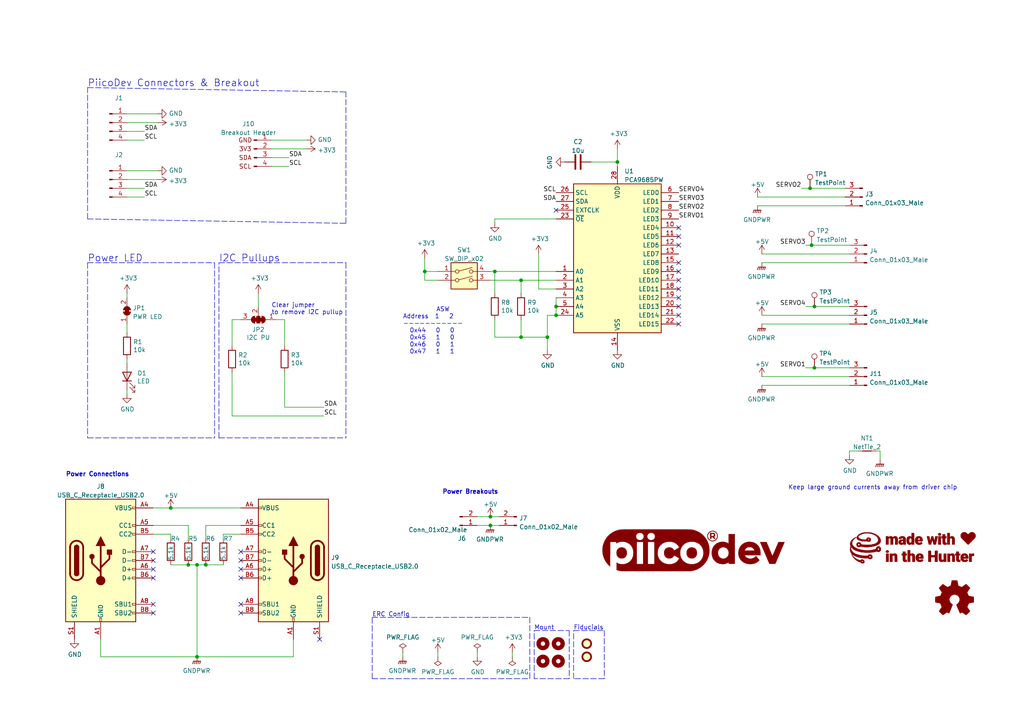
<source format=kicad_sch>
(kicad_sch (version 20211123) (generator eeschema)
  (paper "A4")
  (title_block (title "PiicoDev Smart Module 52mm Template") (rev "00") (company "Core Electronics") (comment 1 "Designed by Michael Ruppe at") (comment 2 "PiicoDev and the PiicoDev logo are trademarks of Core Electronics Pty Ltd.") (comment 3 "License: CCASAv4.0 http://creativecommons.org/licenses/by-sa/4.0"))
  (lib_symbols
    (symbol "Connector:Conn_01x02_Male" (pin_names (offset 1.016) hide)
      (property "Reference" "J" (at 0 2.54 0))
      (property "Value" "Conn_01x02_Male" (at 0 -5.08 0))
      (symbol "Conn_01x02_Male_1_1"
        (pin passive line (at 5.08 0 180) (length 3.81) (name "Pin_1") (number "1"))
        (pin passive line (at 5.08 -2.54 180) (length 3.81) (name "Pin_2") (number "2"))
      )
    )
    (symbol "Connector:Conn_01x03_Male" (pin_names (offset 1.016) hide)
      (property "Reference" "J" (at 0 5.08 0))
      (property "Value" "Conn_01x03_Male" (at 0 -5.08 0))
      (symbol "Conn_01x03_Male_1_1"
        (pin passive line (at 5.08 2.54 180) (length 3.81) (name "Pin_1") (number "1"))
        (pin passive line (at 5.08 0 180) (length 3.81) (name "Pin_2") (number "2"))
        (pin passive line (at 5.08 -2.54 180) (length 3.81) (name "Pin_3") (number "3"))
      )
    )
    (symbol "Connector:Conn_01x04_Male" (pin_names (offset 1.016) hide)
      (property "Reference" "J" (at 0 5.08 0))
      (property "Value" "Conn_01x04_Male" (at 0 -7.62 0))
      (symbol "Conn_01x04_Male_1_1"
        (pin passive line (at 5.08 2.54 180) (length 3.81) (name "Pin_1") (number "1"))
        (pin passive line (at 5.08 0 180) (length 3.81) (name "Pin_2") (number "2"))
        (pin passive line (at 5.08 -2.54 180) (length 3.81) (name "Pin_3") (number "3"))
        (pin passive line (at 5.08 -5.08 180) (length 3.81) (name "Pin_4") (number "4"))
      )
    )
    (symbol "Connector:TestPoint" (pin_numbers hide) (pin_names (offset 0.762) hide)
      (property "Reference" "TP" (at 0 6.858 0))
      (property "Value" "TestPoint" (at 0 5.08 0))
      (symbol "TestPoint_1_1"
        (pin passive line (at 0 0 90) (length 2.54) (name "1") (number "1"))
      )
    )
    (symbol "Connector:USB_C_Receptacle_USB2.0" (pin_names (offset 1.016))
      (property "Reference" "J" (at -10.16 19.05 0))
      (property "Value" "USB_C_Receptacle_USB2.0" (at 19.05 19.05 0))
      (symbol "USB_C_Receptacle_USB2.0_1_1"
        (pin passive line (at 0 -22.86 90) (length 5.08) (name "GND") (number "A1"))
        (pin passive line (at 0 -22.86 90) (length 5.08) hide (name "GND") (number "A12"))
        (pin passive line (at 15.24 15.24 180) (length 5.08) (name "VBUS") (number "A4"))
        (pin bidirectional line (at 15.24 10.16 180) (length 5.08) (name "CC1") (number "A5"))
        (pin bidirectional line (at 15.24 -2.54 180) (length 5.08) (name "D+") (number "A6"))
        (pin bidirectional line (at 15.24 2.54 180) (length 5.08) (name "D-") (number "A7"))
        (pin bidirectional line (at 15.24 -12.7 180) (length 5.08) (name "SBU1") (number "A8"))
        (pin passive line (at 15.24 15.24 180) (length 5.08) hide (name "VBUS") (number "A9"))
        (pin passive line (at 0 -22.86 90) (length 5.08) hide (name "GND") (number "B1"))
        (pin passive line (at 0 -22.86 90) (length 5.08) hide (name "GND") (number "B12"))
        (pin passive line (at 15.24 15.24 180) (length 5.08) hide (name "VBUS") (number "B4"))
        (pin bidirectional line (at 15.24 7.62 180) (length 5.08) (name "CC2") (number "B5"))
        (pin bidirectional line (at 15.24 -5.08 180) (length 5.08) (name "D+") (number "B6"))
        (pin bidirectional line (at 15.24 0 180) (length 5.08) (name "D-") (number "B7"))
        (pin bidirectional line (at 15.24 -15.24 180) (length 5.08) (name "SBU2") (number "B8"))
        (pin passive line (at 15.24 15.24 180) (length 5.08) hide (name "VBUS") (number "B9"))
        (pin passive line (at -7.62 -22.86 90) (length 5.08) (name "SHIELD") (number "S1"))
      )
    )
    (symbol "CoreElectronics_Artwork:LOGO_CoreElectronics_no-text" (pin_names (offset 1.016)))
    (symbol "CoreElectronics_Artwork:LOGO_PiicoDev" (pin_names (offset 1.016)))
    (symbol "CoreElectronics_Artwork:LOGO_made-with-love" (pin_names (offset 1.016)))
    (symbol "CoreElectronics_Components:Conn_PiicoDev_header_01x04_Male" (pin_names (offset 1.016) hide)
      (property "Reference" "J" (at 0 7.62 0))
      (property "Value" "Conn_PiicoDev_header_01x04_Male" (at 0 -7.62 0))
      (symbol "Conn_PiicoDev_header_01x04_Male_0_0"
        (text "3V3" (at -2.54 2.54 0) (effects (font (size 1.27 1.27))))
        (text "GND" (at -2.54 5.08 0) (effects (font (size 1.27 1.27))))
        (text "SCL" (at -2.54 -2.54 0) (effects (font (size 1.27 1.27))))
        (text "SDA" (at -2.54 0 0) (effects (font (size 1.27 1.27))))
      )
      (symbol "Conn_PiicoDev_header_01x04_Male_1_1"
        (pin passive line (at 5.08 5.08 180) (length 3.81) (name "Pin_1") (number "1"))
        (pin passive line (at 5.08 2.54 180) (length 3.81) (name "Pin_2") (number "2"))
        (pin passive line (at 5.08 0 180) (length 3.81) (name "Pin_3") (number "3"))
        (pin passive line (at 5.08 -2.54 180) (length 3.81) (name "Pin_4") (number "4"))
      )
    )
    (symbol "Device:C" (pin_numbers hide) (pin_names (offset 0.254))
      (property "Reference" "C" (at 0.635 2.54 0))
      (property "Value" "C" (at 0.635 -2.54 0))
      (symbol "C_1_1"
        (pin passive line (at 0 3.81 270) (length 2.794) (name "~") (number "1"))
        (pin passive line (at 0 -3.81 90) (length 2.794) (name "~") (number "2"))
      )
    )
    (symbol "Device:LED" (pin_numbers hide) (pin_names (offset 1.016) hide)
      (property "Reference" "D" (at 0 2.54 0))
      (property "Value" "LED" (at 0 -2.54 0))
      (symbol "LED_1_1"
        (pin passive line (at -3.81 0 0) (length 2.54) (name "K") (number "1"))
        (pin passive line (at 3.81 0 180) (length 2.54) (name "A") (number "2"))
      )
    )
    (symbol "Device:NetTie_2" (pin_numbers hide) (pin_names (offset 0) hide)
      (property "Reference" "NT" (at 0 1.27 0))
      (property "Value" "NetTie_2" (at 0 -1.27 0))
      (symbol "NetTie_2_1_1"
        (pin passive line (at -2.54 0 0) (length 2.54) (name "1") (number "1"))
        (pin passive line (at 2.54 0 180) (length 2.54) (name "2") (number "2"))
      )
    )
    (symbol "Device:R" (pin_numbers hide) (pin_names (offset 0))
      (property "Reference" "R" (at 2.032 0 90))
      (property "Value" "R" (at 0 0 90))
      (symbol "R_1_1"
        (pin passive line (at 0 3.81 270) (length 1.27) (name "~") (number "1"))
        (pin passive line (at 0 -3.81 90) (length 1.27) (name "~") (number "2"))
      )
    )
    (symbol "Driver_LED:PCA9685PW"
      (property "Reference" "U" (at -12.7 22.225 0))
      (property "Value" "PCA9685PW" (at 1.27 22.225 0))
      (symbol "PCA9685PW_1_1"
        (pin input line (at -17.78 -5.08 0) (length 5.08) (name "A0") (number "1"))
        (pin output line (at 17.78 7.62 180) (length 5.08) (name "LED4") (number "10"))
        (pin output line (at 17.78 5.08 180) (length 5.08) (name "LED5") (number "11"))
        (pin output line (at 17.78 2.54 180) (length 5.08) (name "LED6") (number "12"))
        (pin output line (at 17.78 0 180) (length 5.08) (name "LED7") (number "13"))
        (pin power_in line (at 0 -27.94 90) (length 5.08) (name "VSS") (number "14"))
        (pin output line (at 17.78 -2.54 180) (length 5.08) (name "LED8") (number "15"))
        (pin output line (at 17.78 -5.08 180) (length 5.08) (name "LED9") (number "16"))
        (pin output line (at 17.78 -7.62 180) (length 5.08) (name "LED10") (number "17"))
        (pin output line (at 17.78 -10.16 180) (length 5.08) (name "LED11") (number "18"))
        (pin output line (at 17.78 -12.7 180) (length 5.08) (name "LED12") (number "19"))
        (pin input line (at -17.78 -7.62 0) (length 5.08) (name "A1") (number "2"))
        (pin output line (at 17.78 -15.24 180) (length 5.08) (name "LED13") (number "20"))
        (pin output line (at 17.78 -17.78 180) (length 5.08) (name "LED14") (number "21"))
        (pin output line (at 17.78 -20.32 180) (length 5.08) (name "LED15") (number "22"))
        (pin input line (at -17.78 10.16 0) (length 5.08) (name "~{OE}") (number "23"))
        (pin input line (at -17.78 -17.78 0) (length 5.08) (name "A5") (number "24"))
        (pin input line (at -17.78 12.7 0) (length 5.08) (name "EXTCLK") (number "25"))
        (pin input line (at -17.78 17.78 0) (length 5.08) (name "SCL") (number "26"))
        (pin bidirectional line (at -17.78 15.24 0) (length 5.08) (name "SDA") (number "27"))
        (pin power_in line (at 0 25.4 270) (length 5.08) (name "VDD") (number "28"))
        (pin input line (at -17.78 -10.16 0) (length 5.08) (name "A2") (number "3"))
        (pin input line (at -17.78 -12.7 0) (length 5.08) (name "A3") (number "4"))
        (pin input line (at -17.78 -15.24 0) (length 5.08) (name "A4") (number "5"))
        (pin output line (at 17.78 17.78 180) (length 5.08) (name "LED0") (number "6"))
        (pin output line (at 17.78 15.24 180) (length 5.08) (name "LED1") (number "7"))
        (pin output line (at 17.78 12.7 180) (length 5.08) (name "LED2") (number "8"))
        (pin output line (at 17.78 10.16 180) (length 5.08) (name "LED3") (number "9"))
      )
    )
    (symbol "Graphic:Logo_Open_Hardware_Small" (pin_names (offset 1.016)))
    (symbol "Jumper:SolderJumper_2_Bridged" (pin_names (offset 0) hide)
      (property "Reference" "JP" (at 0 2.032 0))
      (property "Value" "SolderJumper_2_Bridged" (at 0 -2.54 0))
      (symbol "SolderJumper_2_Bridged_1_1"
        (pin passive line (at -3.81 0 0) (length 2.54) (name "A") (number "1"))
        (pin passive line (at 3.81 0 180) (length 2.54) (name "B") (number "2"))
      )
    )
    (symbol "Jumper:SolderJumper_3_Bridged123" (pin_names (offset 0) hide)
      (property "Reference" "JP" (at -2.54 -2.54 0))
      (property "Value" "SolderJumper_3_Bridged123" (at 0 2.794 0))
      (symbol "SolderJumper_3_Bridged123_1_1"
        (pin passive line (at -5.08 0 0) (length 2.54) (name "A") (number "1"))
        (pin passive line (at 0 -3.81 90) (length 2.54) (name "C") (number "2"))
        (pin passive line (at 5.08 0 180) (length 2.54) (name "B") (number "3"))
      )
    )
    (symbol "Mechanical:Fiducial"
      (property "Reference" "FID" (at 0 5.08 0))
      (property "Value" "Fiducial" (at 0 3.175 0))
    )
    (symbol "Mechanical:MountingHole" (pin_names (offset 1.016))
      (property "Reference" "H" (at 0 5.08 0))
      (property "Value" "MountingHole" (at 0 3.175 0))
    )
    (symbol "Switch:SW_DIP_x02" (pin_names (offset 0) hide)
      (property "Reference" "SW" (at 0 6.35 0))
      (property "Value" "SW_DIP_x02" (at 0 -3.81 0))
      (symbol "SW_DIP_x02_1_1"
        (pin passive line (at -7.62 2.54 0) (length 5.08) (name "~") (number "1"))
        (pin passive line (at -7.62 0 0) (length 5.08) (name "~") (number "2"))
        (pin passive line (at 7.62 0 180) (length 5.08) (name "~") (number "3"))
        (pin passive line (at 7.62 2.54 180) (length 5.08) (name "~") (number "4"))
      )
    )
    (symbol "power:+3V3" (power) (pin_names (offset 0))
      (property "Value" "+3V3" (at 0 3.556 0))
      (symbol "+3V3_1_1"
        (pin power_in line (at 0 0 90) (length 0) hide (name "+3V3") (number "1"))
      )
    )
    (symbol "power:+5V" (power) (pin_names (offset 0))
      (property "Value" "+5V" (at 0 3.556 0))
      (symbol "+5V_1_1"
        (pin power_in line (at 0 0 90) (length 0) hide (name "+5V") (number "1"))
      )
    )
    (symbol "power:GND" (power) (pin_names (offset 0))
      (property "Value" "GND" (at 0 -3.81 0))
      (symbol "GND_1_1"
        (pin power_in line (at 0 0 270) (length 0) hide (name "GND") (number "1"))
      )
    )
    (symbol "power:GNDPWR" (power) (pin_names (offset 0))
      (property "Value" "GNDPWR" (at 0 -3.302 0))
      (symbol "GNDPWR_1_1"
        (pin power_in line (at 0 0 270) (length 0) hide (name "GNDPWR") (number "1"))
      )
    )
    (symbol "power:PWR_FLAG" (power) (pin_numbers hide) (pin_names (offset 0) hide)
      (property "Value" "PWR_FLAG" (at 0 3.81 0))
      (symbol "PWR_FLAG_0_0"
        (pin power_out line (at 0 0 90) (length 0) (name "pwr") (number "1"))
      )
    )
  )
  (junction (at 142.24 152.4))
  (junction (at 151.13 81.28))
  (junction (at 54.61 163.83))
  (junction (at 143.51 78.74))
  (junction (at 235.4015 71.12))
  (junction (at 236.22 88.9))
  (junction (at 161.29 88.9))
  (junction (at 151.13 97.79))
  (junction (at 161.29 91.44))
  (junction (at 49.53 147.32))
  (junction (at 158.75 97.79))
  (junction (at 179.07 46.99))
  (junction (at 236.22 106.68))
  (junction (at 142.24 149.86))
  (junction (at 234.95 54.61))
  (junction (at 57.15 190.5))
  (junction (at 59.69 163.83))
  (junction (at 57.15 163.83))
  (junction (at 123.19 78.74))
  (no_connect (at 69.85 160.02))
  (no_connect (at 196.85 93.98))
  (no_connect (at 69.85 165.1))
  (no_connect (at 196.85 91.44))
  (no_connect (at 196.85 66.04))
  (no_connect (at 44.45 175.26))
  (no_connect (at 44.45 160.02))
  (no_connect (at 69.85 162.56))
  (no_connect (at 69.85 177.8))
  (no_connect (at 161.29 60.96))
  (no_connect (at 44.45 177.8))
  (no_connect (at 196.85 78.74))
  (no_connect (at 196.85 76.2))
  (no_connect (at 196.85 86.36))
  (no_connect (at 69.85 167.64))
  (no_connect (at 69.85 175.26))
  (no_connect (at 44.45 167.64))
  (no_connect (at 196.85 81.28))
  (no_connect (at 92.71 185.42))
  (no_connect (at 196.85 88.9))
  (no_connect (at 196.85 71.12))
  (no_connect (at 44.45 162.56))
  (no_connect (at 196.85 83.82))
  (no_connect (at 196.85 68.58))
  (no_connect (at 44.45 165.1))
  (wire (pts (xy 36.83 35.56) (xy 45.72 35.56)))
  (wire (pts (xy 54.61 152.4) (xy 44.45 152.4)))
  (wire (pts (xy 220.98 91.44) (xy 246.38 91.44)))
  (wire (pts (xy 233.68 71.12) (xy 235.4015 71.12)))
  (wire (pts (xy 57.15 163.83) (xy 57.15 190.5)))
  (wire (pts (xy 236.22 88.9) (xy 246.38 88.9)))
  (wire (pts (xy 82.55 92.71) (xy 80.01 92.71)))
  (wire (pts (xy 138.43 189.23) (xy 138.43 190.5)))
  (wire (pts (xy 143.51 63.5) (xy 161.29 63.5)))
  (wire (pts (xy 49.53 154.94) (xy 49.53 156.21)))
  (polyline (pts (xy 25.4 76.2) (xy 25.4 127)))
  (wire (pts (xy 64.77 154.94) (xy 69.85 154.94)))
  (wire (pts (xy 59.69 156.21) (xy 59.69 152.4)))
  (wire (pts (xy 219.71 59.69) (xy 245.11 59.69)))
  (wire (pts (xy 82.55 118.11) (xy 93.98 118.11)))
  (wire (pts (xy 234.95 54.61) (xy 245.11 54.61)))
  (wire (pts (xy 148.59 189.23) (xy 148.59 190.5)))
  (wire (pts (xy 220.98 111.76) (xy 246.38 111.76)))
  (wire (pts (xy 59.69 152.4) (xy 69.85 152.4)))
  (wire (pts (xy 220.98 76.2) (xy 246.38 76.2)))
  (wire (pts (xy 45.72 49.53) (xy 36.83 49.53)))
  (wire (pts (xy 151.13 81.28) (xy 151.13 85.09)))
  (wire (pts (xy 36.83 85.09) (xy 36.83 86.36)))
  (wire (pts (xy 142.24 81.28) (xy 151.13 81.28)))
  (polyline (pts (xy 154.94 196.85) (xy 154.94 182.88)))
  (wire (pts (xy 54.61 163.83) (xy 57.15 163.83)))
  (wire (pts (xy 142.24 152.4) (xy 144.78 152.4)))
  (wire (pts (xy 255.27 130.81) (xy 255.27 133.35)))
  (wire (pts (xy 83.82 45.72) (xy 78.74 45.72)))
  (wire (pts (xy 57.15 190.5) (xy 85.09 190.5)))
  (polyline (pts (xy 175.26 196.85) (xy 166.37 196.85)))
  (wire (pts (xy 142.24 149.86) (xy 144.78 149.86)))
  (wire (pts (xy 236.22 106.68) (xy 246.38 106.68)))
  (wire (pts (xy 67.31 107.95) (xy 67.31 120.65)))
  (polyline (pts (xy 107.95 196.85) (xy 107.95 179.07)))
  (polyline (pts (xy 107.95 196.85) (xy 153.67 196.85)))
  (wire (pts (xy 156.21 73.66) (xy 156.21 83.82)))
  (polyline (pts (xy 25.4 76.2) (xy 62.23 76.2)))
  (wire (pts (xy 74.93 85.09) (xy 74.93 88.9)))
  (polyline (pts (xy 25.4 25.4) (xy 100.33 26.67)))
  (polyline (pts (xy 154.94 182.88) (xy 165.1 182.88)))
  (wire (pts (xy 232.41 54.61) (xy 234.95 54.61)))
  (polyline (pts (xy 107.95 179.07) (xy 153.67 179.07)))
  (polyline (pts (xy 63.5 127) (xy 100.33 127)))
  (wire (pts (xy 233.68 106.68) (xy 236.22 106.68)))
  (wire (pts (xy 138.43 149.86) (xy 142.24 149.86)))
  (polyline (pts (xy 175.26 182.88) (xy 175.26 196.85)))
  (wire (pts (xy 78.74 40.64) (xy 88.9 40.64)))
  (wire (pts (xy 143.51 97.79) (xy 143.51 92.71)))
  (wire (pts (xy 151.13 92.71) (xy 151.13 97.79)))
  (wire (pts (xy 67.31 120.65) (xy 93.98 120.65)))
  (wire (pts (xy 233.68 88.9) (xy 236.22 88.9)))
  (wire (pts (xy 151.13 97.79) (xy 143.51 97.79)))
  (wire (pts (xy 158.75 91.44) (xy 161.29 91.44)))
  (wire (pts (xy 29.21 185.42) (xy 29.21 190.5)))
  (wire (pts (xy 41.91 57.15) (xy 36.83 57.15)))
  (wire (pts (xy 36.83 105.41) (xy 36.83 104.14)))
  (wire (pts (xy 127 81.28) (xy 123.19 81.28)))
  (polyline (pts (xy 166.37 182.88) (xy 175.26 182.88)))
  (wire (pts (xy 41.91 40.64) (xy 36.83 40.64)))
  (polyline (pts (xy 100.33 76.2) (xy 100.33 127)))
  (wire (pts (xy 127 78.74) (xy 123.19 78.74)))
  (wire (pts (xy 44.45 154.94) (xy 49.53 154.94)))
  (wire (pts (xy 67.31 100.33) (xy 67.31 92.71)))
  (wire (pts (xy 220.98 73.66) (xy 246.38 73.66)))
  (wire (pts (xy 36.83 52.07) (xy 45.72 52.07)))
  (wire (pts (xy 246.38 132.08) (xy 246.38 130.81)))
  (wire (pts (xy 123.19 78.74) (xy 123.19 74.93)))
  (wire (pts (xy 44.45 147.32) (xy 49.53 147.32)))
  (wire (pts (xy 151.13 81.28) (xy 161.29 81.28)))
  (wire (pts (xy 179.07 46.99) (xy 179.07 48.26)))
  (wire (pts (xy 116.84 189.23) (xy 116.84 190.5)))
  (wire (pts (xy 254 130.81) (xy 255.27 130.81)))
  (wire (pts (xy 142.24 78.74) (xy 143.51 78.74)))
  (wire (pts (xy 123.19 81.28) (xy 123.19 78.74)))
  (polyline (pts (xy 25.4 63.5) (xy 25.4 25.4)))
  (wire (pts (xy 151.13 97.79) (xy 158.75 97.79)))
  (wire (pts (xy 127 189.23) (xy 127 190.5)))
  (wire (pts (xy 156.21 83.82) (xy 161.29 83.82)))
  (polyline (pts (xy 63.5 127) (xy 63.5 76.2)))
  (wire (pts (xy 41.91 54.61) (xy 36.83 54.61)))
  (wire (pts (xy 219.71 57.15) (xy 245.11 57.15)))
  (wire (pts (xy 161.29 86.36) (xy 161.29 88.9)))
  (wire (pts (xy 83.82 48.26) (xy 78.74 48.26)))
  (wire (pts (xy 59.69 163.83) (xy 64.77 163.83)))
  (wire (pts (xy 161.29 88.9) (xy 161.29 91.44)))
  (wire (pts (xy 49.53 147.32) (xy 69.85 147.32)))
  (polyline (pts (xy 165.1 182.88) (xy 165.1 196.85)))
  (wire (pts (xy 49.53 163.83) (xy 54.61 163.83)))
  (wire (pts (xy 64.77 156.21) (xy 64.77 154.94)))
  (wire (pts (xy 29.21 190.5) (xy 57.15 190.5)))
  (wire (pts (xy 41.91 38.1) (xy 36.83 38.1)))
  (wire (pts (xy 67.31 92.71) (xy 69.85 92.71)))
  (wire (pts (xy 36.83 114.3) (xy 36.83 113.03)))
  (wire (pts (xy 138.43 152.4) (xy 142.24 152.4)))
  (wire (pts (xy 220.98 109.22) (xy 246.38 109.22)))
  (wire (pts (xy 171.45 46.99) (xy 179.07 46.99)))
  (polyline (pts (xy 100.33 64.77) (xy 100.33 26.67)))
  (wire (pts (xy 143.51 78.74) (xy 143.51 85.09)))
  (wire (pts (xy 45.72 33.02) (xy 36.83 33.02)))
  (polyline (pts (xy 165.1 196.85) (xy 154.94 196.85)))
  (wire (pts (xy 220.98 93.98) (xy 246.38 93.98)))
  (wire (pts (xy 158.75 97.79) (xy 158.75 91.44)))
  (wire (pts (xy 143.51 64.77) (xy 143.51 63.5)))
  (wire (pts (xy 78.74 43.18) (xy 88.9 43.18)))
  (wire (pts (xy 82.55 100.33) (xy 82.55 92.71)))
  (polyline (pts (xy 153.67 179.07) (xy 153.67 196.85)))
  (wire (pts (xy 57.15 163.83) (xy 59.69 163.83)))
  (wire (pts (xy 246.38 130.81) (xy 248.92 130.81)))
  (wire (pts (xy 235.4015 71.12) (xy 246.38 71.12)))
  (wire (pts (xy 179.07 43.18) (xy 179.07 46.99)))
  (wire (pts (xy 158.75 101.6) (xy 158.75 97.79)))
  (wire (pts (xy 143.51 78.74) (xy 161.29 78.74)))
  (polyline (pts (xy 63.5 76.2) (xy 100.33 76.2)))
  (polyline (pts (xy 25.4 127) (xy 62.23 127)))
  (wire (pts (xy 85.09 190.5) (xy 85.09 185.42)))
  (polyline (pts (xy 166.37 196.85) (xy 166.37 182.88)))
  (polyline (pts (xy 62.23 76.2) (xy 62.23 127)))
  (wire (pts (xy 54.61 156.21) (xy 54.61 152.4)))
  (wire (pts (xy 82.55 107.95) (xy 82.55 118.11)))
  (polyline (pts (xy 25.4 63.5) (xy 100.33 64.77)))
  (wire (pts (xy 36.83 93.98) (xy 36.83 96.52)))
  (text "PiicoDev Connectors & Breakout" (at 25.4 25.4 0) (effects (font (size 2.0066 2.0066)) (justify left bottom)))
  (text "I2C Pullups" (at 63.5 76.2 0) (effects (font (size 2.0066 2.0066)) (justify left bottom)))
  (text "Keep large ground currents away from driver chip" (at 228.6 142.24 0) (effects (font (size 1.27 1.27)) (justify left bottom)))
  (text "Power LED" (at 25.4 76.2 0) (effects (font (size 2.0066 2.0066)) (justify left bottom)))
  (text "Power Connections" (at 19.05 138.43 0) (effects (font (size 1.27 1.27) bold) (justify left bottom)))
  (text "Mount" (at 154.94 182.88 0) (effects (font (size 1.27 1.27)) (justify left bottom)))
  (text "Clear jumper \nto remove I2C pullup" (at 78.74 91.44 0) (effects (font (size 1.27 1.27)) (justify left bottom)))
  (text "Power Breakouts" (at 128.27 143.51 0) (effects (font (size 1.27 1.27) (thickness 0.254) bold) (justify left bottom)))
  (text "ERC Config" (at 107.95 179.07 0) (effects (font (size 1.27 1.27)) (justify left bottom)))
  (text "Fiducials" (at 166.37 182.88 0) (effects (font (size 1.27 1.27)) (justify left bottom)))
  (text "          ASW\nAddress  1   2\n-----------\n  0x44   0   0\n  0x45   1   0\n  0x46   0   1\n  0x47   1   1" (at 116.84 102.87 0) (effects (font (size 1.27 1.27)) (justify left bottom)))
  (label "SDA" (at 41.91 38.1 0))
  (label "SERVO1" (at 196.85 63.5 0))
  (label "SCL" (at 161.29 55.88 180))
  (label "SERVO4" (at 196.85 55.88 0))
  (label "SERVO3" (at 233.68 71.12 180))
  (label "SCL" (at 41.91 57.15 0))
  (label "SERVO2" (at 196.85 60.96 0))
  (label "SDA" (at 93.98 118.11 0))
  (label "SDA" (at 83.82 45.72 0))
  (label "SERVO1" (at 233.68 106.68 180))
  (label "SCL" (at 41.91 40.64 0))
  (label "SDA" (at 41.91 54.61 0))
  (label "SERVO4" (at 233.68 88.9 180))
  (label "SERVO2" (at 232.41 54.61 180))
  (label "SERVO3" (at 196.85 58.42 0))
  (label "SDA" (at 161.29 58.42 180))
  (label "SCL" (at 93.98 120.65 0))
  (label "SCL" (at 83.82 48.26 0))
  (symbol (lib_id "CoreElectronics_Artwork:LOGO_PiicoDev") (at 203.2 160.02 0) (unit 1)
    (property "Reference" "G1" (effects hide))
    (property "Value" "LOGO_PiicoDev" (effects hide))
    (property "Footprint" "CoreElectronics_Artwork:piicodev_logo_14.2x3.4mm" (effects hide))
  )
  (symbol (lib_id "CoreElectronics_Artwork:LOGO_made-with-love") (at 269.24 158.75 0) (unit 1)
    (property "Reference" "G3" (effects hide))
    (property "Value" "LOGO_made-with-love" (effects hide))
    (property "Footprint" "CoreElectronics_Artwork:piicodev_logo_14.2x3.4mm" (effects hide))
  )
  (symbol (lib_id "CoreElectronics_Artwork:LOGO_CoreElectronics_no-text") (at 251.46 158.75 0) (unit 1)
    (property "Reference" "G2" (effects hide))
    (property "Value" "LOGO_CoreElectronics_no-text" (effects hide))
    (property "Footprint" "CoreElectronics_Artwork:CoreElectronics_logo_5mm_v2" (effects hide))
  )
  (symbol (lib_id "Graphic:Logo_Open_Hardware_Small") (at 276.86 173.99 0) (unit 1)
    (property "Reference" "LOGO1" (effects hide))
    (property "Value" "Logo_Open_Hardware_Small" (effects hide))
    (property "Footprint" "CoreElectronics_Artwork:oshw" (effects hide))
  )
  (symbol (lib_id "power:PWR_FLAG") (at 138.43 189.23 0) (unit 1)
    (property "Reference" "#FLG0102" (effects hide))
    (property "Value" "PWR_FLAG" (at 138.43 184.8358 0))
  )
  (symbol (lib_id "power:PWR_FLAG") (at 148.59 190.5 180) (unit 1)
    (property "Reference" "#FLG0101" (effects hide))
    (property "Value" "PWR_FLAG" (at 148.59 194.8942 0))
  )
  (symbol (lib_id "power:GND") (at 138.43 190.5 0) (unit 1)
    (property "Reference" "#PWR0105" (effects hide))
    (property "Value" "GND" (at 138.557 194.8942 0))
  )
  (symbol (lib_id "power:+3V3") (at 148.59 189.23 0) (unit 1)
    (property "Reference" "#PWR0106" (effects hide))
    (property "Value" "+3V3" (at 148.971 184.8358 0))
  )
  (symbol (lib_id "Mechanical:MountingHole") (at 157.48 191.77 0) (unit 1)
    (property "Reference" "H2" (effects hide))
    (property "Value" "MountingHole" (effects hide))
    (property "Footprint" "CoreElectronics_Components:MountingHole_2.7mm_M2.5_PadClearance_1.2" (effects hide))
  )
  (symbol (lib_id "Mechanical:MountingHole") (at 157.48 186.69 0) (unit 1)
    (property "Reference" "H1" (effects hide))
    (property "Value" "MountingHole" (effects hide))
    (property "Footprint" "CoreElectronics_Components:MountingHole_2.7mm_M2.5_PadClearance_1.2" (effects hide))
  )
  (symbol (lib_id "Mechanical:Fiducial") (at 170.18 190.5 0) (unit 1)
    (property "Reference" "FID2" (effects hide))
    (property "Value" "Fiducial" (effects hide))
    (property "Footprint" "Fiducial:Fiducial_1mm_Mask2mm" (effects hide))
  )
  (symbol (lib_id "Mechanical:Fiducial") (at 170.18 186.69 0) (unit 1)
    (property "Reference" "FID1" (effects hide))
    (property "Value" "Fiducial" (effects hide))
    (property "Footprint" "Fiducial:Fiducial_1mm_Mask2mm" (effects hide))
  )
  (symbol (lib_id "Connector:Conn_01x04_Male") (at 31.75 35.56 0) (unit 1)
    (property "Reference" "J1" (at 34.4932 28.4226 0))
    (property "Value" " " (at 34.4932 30.734 0))
    (property "Footprint" "Connector_JST:JST_SH_SM04B-SRSS-TB_1x04-1MP_P1.00mm_Horizontal" (effects hide))
  )
  (symbol (lib_id "power:+3V3") (at 45.72 35.56 270) (unit 1)
    (property "Reference" "#PWR0110" (effects hide))
    (property "Value" "+3V3" (at 48.9712 35.941 90) (effects (justify left)))
  )
  (symbol (lib_id "power:GND") (at 45.72 33.02 90) (unit 1)
    (property "Reference" "#PWR0108" (effects hide))
    (property "Value" "GND" (at 48.9712 32.893 90) (effects (justify right)))
  )
  (symbol (lib_id "Connector:Conn_01x04_Male") (at 31.75 52.07 0) (unit 1)
    (property "Reference" "J2" (at 34.4932 44.9326 0))
    (property "Value" " " (at 34.4932 47.244 0))
    (property "Footprint" "Connector_JST:JST_SH_SM04B-SRSS-TB_1x04-1MP_P1.00mm_Horizontal" (effects hide))
  )
  (symbol (lib_id "power:+3V3") (at 45.72 52.07 270) (unit 1)
    (property "Reference" "#PWR0109" (effects hide))
    (property "Value" "+3V3" (at 48.9712 52.451 90) (effects (justify left)))
  )
  (symbol (lib_id "power:GND") (at 45.72 49.53 90) (unit 1)
    (property "Reference" "#PWR0111" (effects hide))
    (property "Value" "GND" (at 48.9712 49.403 90) (effects (justify right)))
  )
  (symbol (lib_id "Device:R") (at 82.55 104.14 0) (unit 1)
    (property "Reference" "R3" (at 84.328 102.9716 0) (effects (justify left)))
    (property "Value" "10k" (at 84.328 105.283 0) (effects (justify left)))
    (property "Footprint" "Resistor_SMD:R_0402_1005Metric" (effects hide))
  )
  (symbol (lib_id "Jumper:SolderJumper_3_Bridged123") (at 74.93 92.71 180) (unit 1)
    (property "Reference" "JP2" (at 74.93 95.5802 0))
    (property "Value" "I2C PU" (at 74.93 97.8916 0))
    (property "Footprint" "CoreElectronics_Components:SolderJumper-3_P1.3mm_Closed_RoundedPad1.0x1.5mm_NumberLabels" (effects hide))
  )
  (symbol (lib_id "Device:R") (at 67.31 104.14 0) (unit 1)
    (property "Reference" "R2" (at 69.088 102.9716 0) (effects (justify left)))
    (property "Value" "10k" (at 69.088 105.283 0) (effects (justify left)))
    (property "Footprint" "Resistor_SMD:R_0402_1005Metric" (effects hide))
  )
  (symbol (lib_id "power:+3V3") (at 74.93 85.09 0) (unit 1)
    (property "Reference" "#PWR0101" (effects hide))
    (property "Value" "+3V3" (at 75.311 80.6958 0))
  )
  (symbol (lib_id "Device:LED") (at 36.83 109.22 90) (unit 1)
    (property "Reference" "D1" (at 39.8272 108.2294 90) (effects (justify right)))
    (property "Value" "LED" (at 39.8272 110.5408 90) (effects (justify right)))
    (property "Footprint" "LED_SMD:LED_0603_1608Metric" (effects hide))
  )
  (symbol (lib_id "power:GND") (at 36.83 114.3 0) (unit 1)
    (property "Reference" "#PWR0107" (effects hide))
    (property "Value" "GND" (at 36.957 118.6942 0))
  )
  (symbol (lib_id "Device:R") (at 36.83 100.33 0) (unit 1)
    (property "Reference" "R1" (at 38.608 99.1616 0) (effects (justify left)))
    (property "Value" "10k" (at 38.608 101.473 0) (effects (justify left)))
    (property "Footprint" "Resistor_SMD:R_0402_1005Metric" (effects hide))
  )
  (symbol (lib_id "power:+3V3") (at 123.19 74.93 0) (unit 1)
    (property "Reference" "#PWR0132" (effects hide))
    (property "Value" "+3V3" (at 123.571 70.5358 0))
  )
  (symbol (lib_id "CoreElectronics_Components:Conn_PiicoDev_header_01x04_Male") (at 73.66 45.72 0) (unit 1)
    (property "Reference" "J10" (at 72.0558 35.9257 0))
    (property "Value" "Breakout Header" (at 72.0558 38.4626 0))
    (property "Footprint" "CoreElectronics_Components:PiicoDev_header_4pin" (effects hide))
  )
  (symbol (lib_id "power:GNDPWR") (at 255.27 133.35 0) (unit 1)
    (property "Reference" "#PWR0127" (effects hide))
    (property "Value" "GNDPWR" (at 255.143 137.387 0))
  )
  (symbol (lib_id "Mechanical:MountingHole") (at 161.925 191.77 0) (unit 1)
    (property "Reference" "H4" (effects hide))
    (property "Value" "MountingHole" (effects hide))
    (property "Footprint" "CoreElectronics_Components:MountingHole_2.7mm_M2.5_PadClearance_1.2" (effects hide))
  )
  (symbol (lib_id "Device:R") (at 54.61 160.02 0) (unit 1)
    (property "Reference" "R5" (at 54.61 156.21 0) (effects (justify left)))
    (property "Value" "5.1k" (at 54.61 162.56 90) (effects (justify left)))
    (property "Footprint" "Resistor_SMD:R_0402_1005Metric" (effects hide))
  )
  (symbol (lib_id "power:GNDPWR") (at 220.98 93.98 0) (unit 1)
    (property "Reference" "#PWR0113" (effects hide))
    (property "Value" "GNDPWR" (at 220.853 98.017 0))
  )
  (symbol (lib_id "power:+3V3") (at 179.07 43.18 0) (unit 1)
    (property "Reference" "#PWR0104" (effects hide))
    (property "Value" "+3V3" (at 179.451 38.7858 0))
  )
  (symbol (lib_id "Mechanical:MountingHole") (at 161.925 186.69 0) (unit 1)
    (property "Reference" "H3" (effects hide))
    (property "Value" "MountingHole" (effects hide))
    (property "Footprint" "CoreElectronics_Components:MountingHole_2.7mm_M2.5_PadClearance_1.2" (effects hide))
  )
  (symbol (lib_id "power:+5V") (at 219.71 57.15 0) (unit 1)
    (property "Reference" "#PWR0112" (effects hide))
    (property "Value" "+5V" (at 219.71 53.5742 0))
  )
  (symbol (lib_id "power:+5V") (at 220.98 91.44 0) (unit 1)
    (property "Reference" "#PWR0114" (effects hide))
    (property "Value" "+5V" (at 220.98 87.8642 0))
  )
  (symbol (lib_id "Connector:Conn_01x02_Male") (at 133.35 152.4 0) (mirror x) (unit 1)
    (property "Reference" "J6" (at 133.985 156.176 0))
    (property "Value" "Conn_01x02_Male" (at 127 153.67 0))
    (property "Footprint" "Connector_PinHeader_2.54mm:PinHeader_1x02_P2.54mm_Vertical" (effects hide))
  )
  (symbol (lib_id "Switch:SW_DIP_x02") (at 134.62 81.28 0) (unit 1)
    (property "Reference" "SW1" (at 134.62 72.5002 0))
    (property "Value" "SW_DIP_x02" (at 134.62 75.0371 0))
    (property "Footprint" "CoreElectronics_Components:SW_DIP_x02_Slide_CHS-02A1" (effects hide))
  )
  (symbol (lib_id "power:GND") (at 179.07 101.6 0) (unit 1)
    (property "Reference" "#PWR0102" (effects hide))
    (property "Value" "GND" (at 179.197 105.9942 0))
  )
  (symbol (lib_id "Device:R") (at 59.69 160.02 0) (unit 1)
    (property "Reference" "R6" (at 59.69 156.21 0) (effects (justify left)))
    (property "Value" "5.1k" (at 59.69 162.56 90) (effects (justify left)))
    (property "Footprint" "Resistor_SMD:R_0402_1005Metric" (effects hide))
  )
  (symbol (lib_id "power:GNDPWR") (at 116.84 190.5 0) (unit 1)
    (property "Reference" "#PWR0115" (effects hide))
    (property "Value" "GNDPWR" (at 116.713 194.537 0))
  )
  (symbol (lib_id "Connector:TestPoint") (at 236.22 106.68 0) (unit 1)
    (property "Reference" "TP4" (at 237.617 102.5433 0) (effects (justify left)))
    (property "Value" "TestPoint" (at 237.617 105.0802 0) (effects (justify left)))
    (property "Footprint" "TestPoint:TestPoint_Pad_D1.0mm" (effects hide))
  )
  (symbol (lib_id "Device:R") (at 143.51 88.9 0) (unit 1)
    (property "Reference" "R8" (at 145.288 87.7316 0) (effects (justify left)))
    (property "Value" "10k" (at 145.288 90.043 0) (effects (justify left)))
    (property "Footprint" "Resistor_SMD:R_0402_1005Metric" (effects hide))
  )
  (symbol (lib_id "power:GNDPWR") (at 57.15 190.5 0) (unit 1)
    (property "Reference" "#PWR0121" (effects hide))
    (property "Value" "GNDPWR" (at 57.023 194.537 0))
  )
  (symbol (lib_id "Connector:USB_C_Receptacle_USB2.0") (at 85.09 162.56 0) (mirror y) (unit 1)
    (property "Reference" "J9" (at 96.012 161.7253 0) (effects (justify right)))
    (property "Value" "USB_C_Receptacle_USB2.0" (at 96.012 164.2622 0) (effects (justify right)))
    (property "Footprint" "CoreElectronics_Components:USB_C_Receptacle_HRO_TYPE-C-31-M-12-with-paste" (effects hide))
    (property "Datasheet" "https://www.usb.org/sites/default/files/documents/usb_type-c.zip" (effects hide))
  )
  (symbol (lib_id "Device:C") (at 167.64 46.99 270) (unit 1)
    (property "Reference" "C2" (at 167.64 41.1312 90))
    (property "Value" "10u" (at 167.64 43.6681 90))
    (property "Footprint" "Capacitor_SMD:C_0603_1608Metric" (effects hide))
  )
  (symbol (lib_id "power:GNDPWR") (at 219.71 59.69 0) (unit 1)
    (property "Reference" "#PWR0128" (effects hide))
    (property "Value" "GNDPWR" (at 219.583 63.727 0))
  )
  (symbol (lib_id "Connector:Conn_01x03_Male") (at 251.46 109.22 180) (unit 1)
    (property "Reference" "J11" (at 252.1712 108.3853 0) (effects (justify right)))
    (property "Value" "Conn_01x03_Male" (at 252.1712 110.9222 0) (effects (justify right)))
    (property "Footprint" "Connector_PinHeader_2.54mm:PinHeader_1x03_P2.54mm_Vertical_SMD_Pin1Left" (effects hide))
  )
  (symbol (lib_id "power:PWR_FLAG") (at 116.84 189.23 0) (unit 1)
    (property "Reference" "#FLG0104" (effects hide))
    (property "Value" "PWR_FLAG" (at 116.84 184.8358 0))
  )
  (symbol (lib_id "power:+5V") (at 127 189.23 0) (unit 1)
    (property "Reference" "#PWR0123" (effects hide))
    (property "Value" "+5V" (at 127 185.6542 0))
  )
  (symbol (lib_id "Device:NetTie_2") (at 251.46 130.81 0) (unit 1)
    (property "Reference" "NT1" (at 251.46 127.1102 0))
    (property "Value" "NetTie_2" (at 251.46 129.6471 0))
    (property "Footprint" "NetTie:NetTie-2_SMD_Pad2.0mm" (effects hide))
  )
  (symbol (lib_id "Connector:USB_C_Receptacle_USB2.0") (at 29.21 162.56 0) (unit 1)
    (property "Reference" "J8" (at 29.21 141.0802 0))
    (property "Value" "USB_C_Receptacle_USB2.0" (at 29.21 143.6171 0))
    (property "Footprint" "CoreElectronics_Components:USB_C_Receptacle_HRO_TYPE-C-31-M-12-with-paste" (effects hide))
    (property "Datasheet" "https://www.usb.org/sites/default/files/documents/usb_type-c.zip" (effects hide))
  )
  (symbol (lib_id "Connector:TestPoint") (at 234.95 54.61 0) (unit 1)
    (property "Reference" "TP1" (at 236.347 50.4733 0) (effects (justify left)))
    (property "Value" "TestPoint" (at 236.347 53.0102 0) (effects (justify left)))
    (property "Footprint" "TestPoint:TestPoint_Pad_D1.0mm" (effects hide))
  )
  (symbol (lib_id "Connector:Conn_01x02_Male") (at 149.86 152.4 180) (unit 1)
    (property "Reference" "J7" (at 150.5712 150.2953 0) (effects (justify right)))
    (property "Value" "Conn_01x02_Male" (at 150.5712 152.8322 0) (effects (justify right)))
    (property "Footprint" "Connector_PinHeader_2.54mm:PinHeader_1x02_P2.54mm_Vertical" (effects hide))
  )
  (symbol (lib_id "Device:R") (at 151.13 88.9 0) (unit 1)
    (property "Reference" "R9" (at 152.908 87.7316 0) (effects (justify left)))
    (property "Value" "10k" (at 152.908 90.043 0) (effects (justify left)))
    (property "Footprint" "Resistor_SMD:R_0402_1005Metric" (effects hide))
  )
  (symbol (lib_id "Driver_LED:PCA9685PW") (at 179.07 73.66 0) (unit 1)
    (property "Reference" "U1" (at 181.0894 49.6402 0) (effects (justify left)))
    (property "Value" "PCA9685PW" (at 181.0894 52.1771 0) (effects (justify left)))
    (property "Footprint" "Package_SO:TSSOP-28_4.4x9.7mm_P0.65mm" (effects hide))
    (property "Datasheet" "http://www.nxp.com/documents/data_sheet/PCA9685.pdf" (effects hide))
  )
  (symbol (lib_id "power:GNDPWR") (at 220.98 111.76 0) (unit 1)
    (property "Reference" "#PWR0116" (effects hide))
    (property "Value" "GNDPWR" (at 220.853 115.797 0))
  )
  (symbol (lib_id "Jumper:SolderJumper_2_Bridged") (at 36.83 90.17 90) (unit 1)
    (property "Reference" "JP1" (at 38.481 89.3353 90) (effects (justify right)))
    (property "Value" "PWR LED" (at 38.481 91.8722 90) (effects (justify right)))
    (property "Footprint" "CoreElectronics_Components:SolderJumper-2_P1.3mm_Bridged_RoundedPad1.0x1.5mm" (effects hide))
  )
  (symbol (lib_id "Connector:Conn_01x03_Male") (at 251.46 73.66 180) (unit 1)
    (property "Reference" "J4" (at 252.1712 72.8253 0) (effects (justify right)))
    (property "Value" "Conn_01x03_Male" (at 252.1712 75.3622 0) (effects (justify right)))
    (property "Footprint" "Connector_PinHeader_2.54mm:PinHeader_1x03_P2.54mm_Vertical_SMD_Pin1Left" (effects hide))
  )
  (symbol (lib_id "Connector:Conn_01x03_Male") (at 251.46 91.44 180) (unit 1)
    (property "Reference" "J5" (at 252.1712 90.6053 0) (effects (justify right)))
    (property "Value" "Conn_01x03_Male" (at 252.1712 93.1422 0) (effects (justify right)))
    (property "Footprint" "Connector_PinHeader_2.54mm:PinHeader_1x03_P2.54mm_Vertical_SMD_Pin1Left" (effects hide))
  )
  (symbol (lib_id "power:GNDPWR") (at 220.98 76.2 0) (unit 1)
    (property "Reference" "#PWR0124" (effects hide))
    (property "Value" "GNDPWR" (at 220.853 80.237 0))
  )
  (symbol (lib_id "Device:R") (at 64.77 160.02 0) (unit 1)
    (property "Reference" "R7" (at 64.77 156.21 0) (effects (justify left)))
    (property "Value" "5.1k" (at 64.77 162.56 90) (effects (justify left)))
    (property "Footprint" "Resistor_SMD:R_0402_1005Metric" (effects hide))
  )
  (symbol (lib_id "power:GND") (at 143.51 64.77 0) (unit 1)
    (property "Reference" "#PWR0120" (effects hide))
    (property "Value" "GND" (at 143.637 69.1642 0))
  )
  (symbol (lib_id "power:PWR_FLAG") (at 127 190.5 180) (unit 1)
    (property "Reference" "#FLG0103" (effects hide))
    (property "Value" "PWR_FLAG" (at 127 194.8942 0))
  )
  (symbol (lib_id "power:+3V3") (at 36.83 85.09 0) (unit 1)
    (property "Reference" "#PWR0131" (effects hide))
    (property "Value" "+3V3" (at 37.211 80.6958 0))
  )
  (symbol (lib_id "power:+3V3") (at 88.9 43.18 270) (unit 1)
    (property "Reference" "#PWR02" (effects hide))
    (property "Value" "+3V3" (at 92.1512 43.561 90) (effects (justify left)))
  )
  (symbol (lib_id "power:GND") (at 246.38 132.08 0) (unit 1)
    (property "Reference" "#PWR0126" (effects hide))
    (property "Value" "GND" (at 246.507 136.4742 0))
  )
  (symbol (lib_id "power:+5V") (at 49.53 147.32 0) (unit 1)
    (property "Reference" "#PWR0122" (effects hide))
    (property "Value" "+5V" (at 49.53 143.7442 0))
  )
  (symbol (lib_id "power:+5V") (at 142.24 149.86 0) (unit 1)
    (property "Reference" "#PWR0119" (effects hide))
    (property "Value" "+5V" (at 142.24 146.2842 0))
  )
  (symbol (lib_id "Device:R") (at 49.53 160.02 0) (unit 1)
    (property "Reference" "R4" (at 49.53 156.21 0) (effects (justify left)))
    (property "Value" "5.1k" (at 49.53 162.56 90) (effects (justify left)))
    (property "Footprint" "Resistor_SMD:R_0402_1005Metric" (effects hide))
  )
  (symbol (lib_id "power:GND") (at 158.75 101.6 0) (unit 1)
    (property "Reference" "#PWR0103" (effects hide))
    (property "Value" "GND" (at 158.877 105.9942 0))
  )
  (symbol (lib_id "power:GND") (at 21.59 185.42 0) (unit 1)
    (property "Reference" "#PWR0129" (effects hide))
    (property "Value" "GND" (at 21.717 189.8142 0))
  )
  (symbol (lib_id "power:+3V3") (at 156.21 73.66 0) (unit 1)
    (property "Reference" "#PWR?" (effects hide))
    (property "Value" "+3V3" (at 156.591 69.2658 0))
  )
  (symbol (lib_id "Connector:Conn_01x03_Male") (at 250.19 57.15 180) (unit 1)
    (property "Reference" "J3" (at 250.9012 56.3153 0) (effects (justify right)))
    (property "Value" "Conn_01x03_Male" (at 250.9012 58.8522 0) (effects (justify right)))
    (property "Footprint" "Connector_PinHeader_2.54mm:PinHeader_1x03_P2.54mm_Vertical_SMD_Pin1Left" (effects hide))
  )
  (symbol (lib_id "power:GND") (at 88.9 40.64 90) (unit 1)
    (property "Reference" "#PWR01" (effects hide))
    (property "Value" "GND" (at 92.1512 40.513 90) (effects (justify right)))
  )
  (symbol (lib_id "Connector:TestPoint") (at 236.22 88.9 0) (unit 1)
    (property "Reference" "TP3" (at 237.617 84.7633 0) (effects (justify left)))
    (property "Value" "TestPoint" (at 237.617 87.3002 0) (effects (justify left)))
    (property "Footprint" "TestPoint:TestPoint_Pad_D1.0mm" (effects hide))
  )
  (symbol (lib_id "power:GND") (at 163.83 46.99 270) (unit 1)
    (property "Reference" "#PWR0130" (effects hide))
    (property "Value" "GND" (at 159.4358 47.117 0))
  )
  (symbol (lib_id "Connector:TestPoint") (at 235.4015 71.12 0) (unit 1)
    (property "Reference" "TP2" (at 236.7985 66.9833 0) (effects (justify left)))
    (property "Value" "TestPoint" (at 236.7985 69.5202 0) (effects (justify left)))
    (property "Footprint" "TestPoint:TestPoint_Pad_D1.0mm" (effects hide))
  )
  (symbol (lib_id "power:+5V") (at 220.98 109.22 0) (unit 1)
    (property "Reference" "#PWR0117" (effects hide))
    (property "Value" "+5V" (at 220.98 105.6442 0))
  )
  (symbol (lib_id "power:GNDPWR") (at 142.24 152.4 0) (unit 1)
    (property "Reference" "#PWR0118" (effects hide))
    (property "Value" "GNDPWR" (at 142.113 156.437 0))
  )
  (symbol (lib_id "power:+5V") (at 220.98 73.66 0) (unit 1)
    (property "Reference" "#PWR0125" (effects hide))
    (property "Value" "+5V" (at 220.98 70.0842 0))
  )
)
</source>
